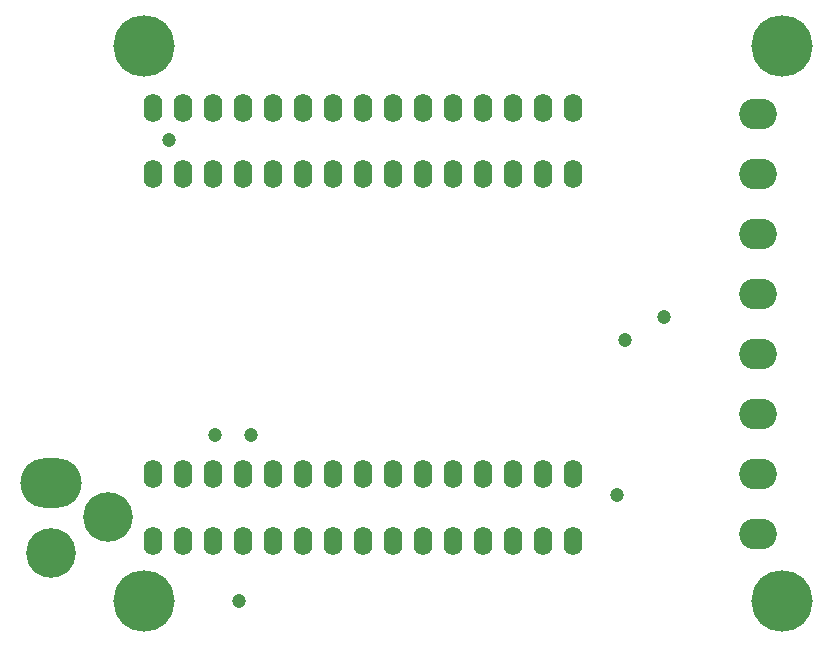
<source format=gbr>
%TF.GenerationSoftware,Altium Limited,Altium Designer,23.4.1 (23)*%
G04 Layer_Color=16711935*
%FSLAX45Y45*%
%MOMM*%
%TF.SameCoordinates,EC373B95-F81A-4979-A11E-F0651E9AEA0C*%
%TF.FilePolarity,Negative*%
%TF.FileFunction,Soldermask,Bot*%
%TF.Part,Single*%
G01*
G75*
%TA.AperFunction,ViaPad*%
%ADD46C,5.20320*%
%TA.AperFunction,ComponentPad*%
%ADD49O,5.20320X4.20320*%
%ADD50C,4.20320*%
%TA.AperFunction,ViaPad*%
%ADD51C,1.20320*%
%TA.AperFunction,ComponentPad*%
%ADD52O,3.20320X2.60320*%
%ADD53O,1.60320X2.40320*%
%ADD54O,1.60000X2.40000*%
D46*
X6800000Y5200000D02*
D03*
Y500000D02*
D03*
X1400000D02*
D03*
Y5200000D02*
D03*
D49*
X606900Y1501749D02*
D03*
D50*
Y904849D02*
D03*
X1089500Y1209649D02*
D03*
D51*
X2200000Y500000D02*
D03*
X5800000Y2900000D02*
D03*
X5400000Y1400000D02*
D03*
X2300000Y1900000D02*
D03*
X2000000D02*
D03*
X5470000Y2710000D02*
D03*
X1610000Y4400000D02*
D03*
D52*
X6600000Y1070000D02*
D03*
Y2086000D02*
D03*
Y1578000D02*
D03*
Y3102000D02*
D03*
Y2594000D02*
D03*
Y4118000D02*
D03*
Y4626000D02*
D03*
Y3610000D02*
D03*
D53*
X4526000Y4110000D02*
D03*
X4272000D02*
D03*
X4018000D02*
D03*
X3764000D02*
D03*
X3510000D02*
D03*
X3256000D02*
D03*
X2748000D02*
D03*
X1478000D02*
D03*
X1732000D02*
D03*
X1986000D02*
D03*
X2240000D02*
D03*
X2494000D02*
D03*
X3002000D02*
D03*
X4780000D02*
D03*
X5034000D02*
D03*
X4526000Y1570000D02*
D03*
X4272000D02*
D03*
X4018000D02*
D03*
X3764000D02*
D03*
X3510000D02*
D03*
X3256000D02*
D03*
X2748000D02*
D03*
X1478000D02*
D03*
X1732000D02*
D03*
X1986000D02*
D03*
X2240000D02*
D03*
X2494000D02*
D03*
X3002000D02*
D03*
X4780000D02*
D03*
X5034000D02*
D03*
D54*
X2748000Y1008000D02*
D03*
X3002000D02*
D03*
X3256000D02*
D03*
X3510000D02*
D03*
X3764000D02*
D03*
X4018000D02*
D03*
X4272000D02*
D03*
X4526000D02*
D03*
X4780000D02*
D03*
X5034000D02*
D03*
X2748000Y4672000D02*
D03*
X3002000D02*
D03*
X3256000D02*
D03*
X3510000D02*
D03*
X3764000D02*
D03*
X4018000D02*
D03*
X4272000D02*
D03*
X4526000D02*
D03*
X4780000D02*
D03*
X5034000D02*
D03*
X2494000Y1008000D02*
D03*
X2240000D02*
D03*
X1986000D02*
D03*
X1732000D02*
D03*
X1478000D02*
D03*
X2494000Y4672000D02*
D03*
X2240000D02*
D03*
X1986000D02*
D03*
X1732000D02*
D03*
X1478000D02*
D03*
%TF.MD5,4a116aa4a7f3faad0d44767ac464dbef*%
M02*

</source>
